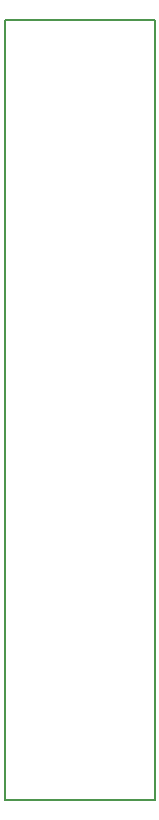
<source format=gbr>
G04 DesignSpark PCB Gerber Version 10.0 Build 5299*
%FSLAX35Y35*%
%MOIN*%
%ADD14C,0.00500*%
X0Y0D02*
D02*
D14*
X250Y260250D02*
X50250D01*
Y250D01*
X250D01*
Y260250D01*
X0Y0D02*
M02*

</source>
